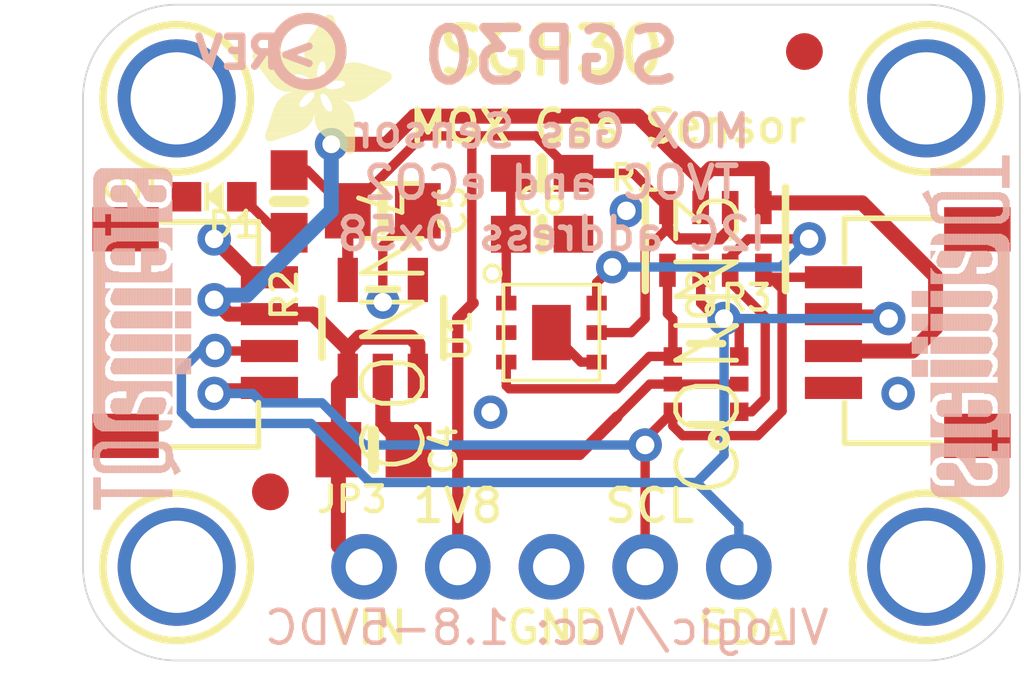
<source format=kicad_pcb>
(kicad_pcb (version 20211014) (generator pcbnew)
  (layers (0 "F.Cu" signal) (31 "B.Cu" signal) (34 "B.Paste" user) (35 "F.Paste" user) (36 "B.SilkS" user "B.Silkscreen") (37 "F.SilkS" user "F.Silkscreen") (38 "B.Mask" user) (39 "F.Mask" user) (44 "Edge.Cuts" user))
  (net 0 "")
  (net 1 "GND")
  (net 2 "SDA")
  (net 3 "SCL")
  (net 4 "SCL_LV")
  (net 5 "SDA_LV")
  (net 6 "VCC")
  (net 7 "N$1")
  (net 8 "3.3V")
  (net 9 "SENSOR_VDD")
  (footprint "boardEagle:FIDUCIAL_1MM" (layer "F.Cu") (at 140.8811 109.3216)
    (fp_text reference "FID3" hide)
    (fp_text value "FIDUCIAL_1MM" hide)
    (pad "1" smd roundrect (at 0 0) (size 1 1) (layers "F.Cu" "F.Mask") (roundrect_rratio 0.5))
  )
  (footprint "boardEagle:0603-NO" (layer "F.Cu") (at 141.3891 101.4476 -90)
    (fp_text reference "R2" (at 1.778 0.127 90) (layer "F.SilkS") (effects (font (size 0.692831 0.692831) (thickness 0.119969)) (justify right)))
    (fp_text value "10K")
    (pad "1" smd rect (at -0.85 0 270) (size 1.075 1) (layers "F.Cu" "F.Paste" "F.Mask") (net 8 "3.3V"))
    (pad "2" smd rect (at 0.85 0 270) (size 1.075 1) (layers "F.Cu" "F.Paste" "F.Mask") (net 7 "N$1"))
  )
  (footprint "boardEagle:JST_SH4" (layer "F.Cu") (at 138.3411 105.0036 -90)
    (fp_text reference "CONN4" (at -4.6 -5.9 90) (layer "F.SilkS") (effects (font (size 1.647139 1.647139) (thickness 0.130861)) (justify right)))
    (fp_text value "STEMMA_I2C_QT" hide)
    (pad "1" smd rect (at -1.5 -2.514) (size 1.55 0.6) (layers "F.Cu" "F.Paste" "F.Mask") (net 1 "GND"))
    (pad "2" smd rect (at -0.5 -2.514) (size 1.55 0.6) (layers "F.Cu" "F.Paste" "F.Mask") (net 6 "VCC"))
    (pad "3" smd rect (at 0.5 -2.514) (size 1.55 0.6) (layers "F.Cu" "F.Paste" "F.Mask") (net 2 "SDA"))
    (pad "4" smd rect (at 1.5 -2.514) (size 1.55 0.6) (layers "F.Cu" "F.Paste" "F.Mask") (net 3 "SCL"))
    (pad "MT1" smd rect (at -2.8 1.386) (size 1.8 1.2) (layers "F.Cu" "F.Paste" "F.Mask") (net 1 "GND"))
    (pad "MT2" smd rect (at 2.8 1.386) (size 1.8 1.2) (layers "F.Cu" "F.Paste" "F.Mask") (net 1 "GND"))
  )
  (footprint "boardEagle:CHIPLED_0603_NOOUTLINE" (layer "F.Cu") (at 139.3571 101.3206 90)
    (fp_text reference "D1" (at -0.762 1.27) (layer "F.SilkS") (effects (font (size 0.692831 0.692831) (thickness 0.119969)) (justify right)))
    (fp_text value "RED")
    (pad "A" smd rect (at 0 0.75 90) (size 0.8 0.8) (layers "F.Cu" "F.Paste" "F.Mask") (net 7 "N$1"))
    (pad "C" smd rect (at 0 -0.75 90) (size 0.8 0.8) (layers "F.Cu" "F.Paste" "F.Mask") (net 1 "GND"))
  )
  (footprint "boardEagle:JST_SH4" (layer "F.Cu") (at 158.6611 105.0036 90)
    (fp_text reference "CONN3" (at -4.6 -5.9 90) (layer "F.SilkS") (effects (font (size 1.647139 1.647139) (thickness 0.130861)) (justify left)))
    (fp_text value "STEMMA_I2C_QT" hide)
    (pad "1" smd rect (at -1.5 -2.514 180) (size 1.55 0.6) (layers "F.Cu" "F.Paste" "F.Mask") (net 1 "GND"))
    (pad "2" smd rect (at -0.5 -2.514 180) (size 1.55 0.6) (layers "F.Cu" "F.Paste" "F.Mask") (net 6 "VCC"))
    (pad "3" smd rect (at 0.5 -2.514 180) (size 1.55 0.6) (layers "F.Cu" "F.Paste" "F.Mask") (net 2 "SDA"))
    (pad "4" smd rect (at 1.5 -2.514 180) (size 1.55 0.6) (layers "F.Cu" "F.Paste" "F.Mask") (net 3 "SCL"))
    (pad "MT1" smd rect (at -2.8 1.386 180) (size 1.8 1.2) (layers "F.Cu" "F.Paste" "F.Mask") (net 1 "GND"))
    (pad "MT2" smd rect (at 2.8 1.386 180) (size 1.8 1.2) (layers "F.Cu" "F.Paste" "F.Mask") (net 1 "GND"))
  )
  (footprint "boardEagle:MOUNTINGHOLE_2.5_PLATED" (layer "F.Cu") (at 158.6611 98.6536)
    (fp_text reference "U$29" hide)
    (fp_text value "MOUNTINGHOLE2.5" hide)
    (pad "P$1" thru_hole circle (at 0 0) (size 3.2 3.2) (drill 2.5) (layers *.Cu *.Mask))
  )
  (footprint "boardEagle:SOT23-5" (layer "F.Cu") (at 143.9291 104.8766)
    (fp_text reference "U1" (at 2.032 -0.562 90) (layer "F.SilkS") (effects (font (size 0.692831 0.692831) (thickness 0.119969)) (justify right)))
    (fp_text value "MCP-1.8V")
    (pad "1" smd rect (at -0.95 1.3001) (size 0.55 1.2) (layers "F.Cu" "F.Paste" "F.Mask") (net 6 "VCC"))
    (pad "2" smd rect (at 0 1.3001) (size 0.55 1.2) (layers "F.Cu" "F.Paste" "F.Mask") (net 1 "GND"))
    (pad "3" smd rect (at 0.95 1.3001) (size 0.55 1.2) (layers "F.Cu" "F.Paste" "F.Mask") (net 6 "VCC"))
    (pad "4" smd rect (at 0.95 -1.3001) (size 0.55 1.2) (layers "F.Cu" "F.Paste" "F.Mask"))
    (pad "5" smd rect (at -0.95 -1.3001) (size 0.55 1.2) (layers "F.Cu" "F.Paste" "F.Mask") (net 8 "3.3V"))
  )
  (footprint "boardEagle:0805-NO" (layer "F.Cu") (at 143.6751 108.1786)
    (fp_text reference "C4" (at 1.905 -0.762 90) (layer "F.SilkS") (effects (font (size 0.692831 0.692831) (thickness 0.119969)) (justify right)))
    (fp_text value "10uF")
    (pad "1" smd rect (at -0.95 0) (size 1.24 1.5) (layers "F.Cu" "F.Paste" "F.Mask") (net 6 "VCC"))
    (pad "2" smd rect (at 0.95 0) (size 1.24 1.5) (layers "F.Cu" "F.Paste" "F.Mask") (net 1 "GND"))
  )
  (footprint "boardEagle:MOUNTINGHOLE_2.5_PLATED" (layer "F.Cu") (at 158.6611 111.3536)
    (fp_text reference "U$32" hide)
    (fp_text value "MOUNTINGHOLE2.5" hide)
    (pad "P$1" thru_hole circle (at 0 0) (size 3.2 3.2) (drill 2.5) (layers *.Cu *.Mask))
  )
  (footprint "boardEagle:0603-NO" (layer "F.Cu") (at 148.2471 100.6856)
    (fp_text reference "R1" (at 1.778 0.127) (layer "F.SilkS") (effects (font (size 0.692831 0.692831) (thickness 0.119969)) (justify left)))
    (fp_text value "4.7ohm")
    (pad "1" smd rect (at -0.85 0) (size 1.075 1) (layers "F.Cu" "F.Paste" "F.Mask") (net 9 "SENSOR_VDD"))
    (pad "2" smd rect (at 0.85 0) (size 1.075 1) (layers "F.Cu" "F.Paste" "F.Mask") (net 8 "3.3V"))
  )
  (footprint "boardEagle:SGP30" (layer "F.Cu") (at 148.5011 105.0036)
    (fp_text reference "X1" hide)
    (fp_text value "SGP30" hide)
    (pad "1" smd rect (at -1.225 -0.8) (size 0.55 0.4) (layers "F.Cu" "F.Paste" "F.Mask") (net 9 "SENSOR_VDD"))
    (pad "2" smd rect (at -1.225 0) (size 0.55 0.4) (layers "F.Cu" "F.Paste" "F.Mask") (net 1 "GND"))
    (pad "3" smd rect (at -1.225 0.8) (size 0.55 0.4) (layers "F.Cu" "F.Paste" "F.Mask") (net 5 "SDA_LV"))
    (pad "4" smd rect (at 1.225 0.8) (size 0.55 0.4) (layers "F.Cu" "F.Paste" "F.Mask") (net 1 "GND"))
    (pad "5" smd rect (at 1.225 0) (size 0.55 0.4) (layers "F.Cu" "F.Paste" "F.Mask") (net 8 "3.3V"))
    (pad "6" smd rect (at 1.225 -0.8) (size 0.55 0.4) (layers "F.Cu" "F.Paste" "F.Mask") (net 4 "SCL_LV"))
    (pad "P$7" smd rect (at 0 0) (size 1.05 1.5) (layers "F.Cu" "F.Paste" "F.Mask") (net 1 "GND"))
  )
  (footprint "boardEagle:SOT363" (layer "F.Cu") (at 152.6921 106.4006 90)
    (fp_text reference "Q2" (at 1.651 -0.127 90) (layer "F.SilkS") (effects (font (size 0.692831 0.692831) (thickness 0.119969)) (justify left)))
    (fp_text value "BSS138")
    (pad "1" smd rect (at -0.75 0.9 90) (size 0.5 0.5) (layers "F.Cu" "F.Paste" "F.Mask") (net 4 "SCL_LV"))
    (pad "2" smd rect (at 0 0.9 90) (size 0.4 0.5) (layers "F.Cu" "F.Paste" "F.Mask") (net 8 "3.3V"))
    (pad "3" smd rect (at 0.75 0.9 90) (size 0.5 0.5) (layers "F.Cu" "F.Paste" "F.Mask") (net 2 "SDA"))
    (pad "4" smd rect (at 0.75 -0.9 90) (size 0.5 0.5) (layers "F.Cu" "F.Paste" "F.Mask") (net 5 "SDA_LV"))
    (pad "5" smd rect (at 0 -0.9 90) (size 0.4 0.5) (layers "F.Cu" "F.Paste" "F.Mask") (net 8 "3.3V"))
    (pad "6" smd rect (at -0.75 -0.9 90) (size 0.5 0.5) (layers "F.Cu" "F.Paste" "F.Mask") (net 3 "SCL"))
  )
  (footprint "boardEagle:ADAFRUIT_3.5MM" (layer "F.Cu") (at 140.3731 100.1776)
    (fp_text reference "U$34" hide)
    (fp_text value "" hide)
  )
  (footprint "boardEagle:FIDUCIAL_1MM" (layer "F.Cu") (at 155.3591 97.3836)
    (fp_text reference "FID4" hide)
    (fp_text value "FIDUCIAL_1MM" hide)
    (pad "1" smd roundrect (at 0 0) (size 1 1) (layers "F.Cu" "F.Mask") (roundrect_rratio 0.5))
  )
  (footprint "boardEagle:MOUNTINGHOLE_2.5_PLATED" (layer "F.Cu") (at 138.3411 98.6536)
    (fp_text reference "U$28" hide)
    (fp_text value "MOUNTINGHOLE2.5" hide)
    (pad "P$1" thru_hole circle (at 0 0) (size 3.2 3.2) (drill 2.5) (layers *.Cu *.Mask))
  )
  (footprint "boardEagle:MOUNTINGHOLE_2.5_PLATED" (layer "F.Cu") (at 138.3411 111.3536)
    (fp_text reference "U$31" hide)
    (fp_text value "MOUNTINGHOLE2.5" hide)
    (pad "P$1" thru_hole circle (at 0 0) (size 3.2 3.2) (drill 2.5) (layers *.Cu *.Mask))
  )
  (footprint "boardEagle:RESPACK_4X0603" (layer "F.Cu") (at 152.9461 102.4636 180)
    (fp_text reference "R3" (at -1.6 -1.6) (layer "F.SilkS") (effects (font (size 0.692831 0.692831) (thickness 0.119969)) (justify right)))
    (fp_text value "10K")
    (pad "1" smd rect (at -1.3 0.85 180) (size 0.45 0.9) (layers "F.Cu" "F.Paste" "F.Mask") (net 6 "VCC"))
    (pad "2" smd rect (at -0.4 0.85 180) (size 0.45 0.9) (layers "F.Cu" "F.Paste" "F.Mask") (net 8 "3.3V"))
    (pad "3" smd rect (at 0.4 0.85 180) (size 0.45 0.9) (layers "F.Cu" "F.Paste" "F.Mask") (net 6 "VCC"))
    (pad "4" smd rect (at 1.3 0.85 180) (size 0.45 0.9) (layers "F.Cu" "F.Paste" "F.Mask") (net 8 "3.3V"))
    (pad "5" smd rect (at 1.3 -0.85 180) (size 0.45 0.9) (layers "F.Cu" "F.Paste" "F.Mask") (net 5 "SDA_LV"))
    (pad "6" smd rect (at 0.4 -0.85 180) (size 0.45 0.9) (layers "F.Cu" "F.Paste" "F.Mask") (net 2 "SDA"))
    (pad "7" smd rect (at -0.4 -0.85 180) (size 0.45 0.9) (layers "F.Cu" "F.Paste" "F.Mask") (net 4 "SCL_LV"))
    (pad "8" smd rect (at -1.3 -0.85 180) (size 0.45 0.9) (layers "F.Cu" "F.Paste" "F.Mask") (net 3 "SCL"))
  )
  (footprint "boardEagle:1X05_ROUND_70" (layer "F.Cu") (at 148.5011 111.3536)
    (fp_text reference "JP3" (at -6.4262 -1.8288) (layer "F.SilkS") (effects (font (size 0.692831 0.692831) (thickness 0.119969)) (justify left)))
    (fp_text value "")
    (pad "1" thru_hole circle (at -5.08 0 90) (size 1.778 1.778) (drill 1) (layers *.Cu *.Mask) (net 6 "VCC"))
    (pad "2" thru_hole circle (at -2.54 0 90) (size 1.778 1.778) (drill 1) (layers *.Cu *.Mask) (net 8 "3.3V"))
    (pad "3" thru_hole circle (at 0 0 90) (size 1.778 1.778) (drill 1) (layers *.Cu *.Mask) (net 1 "GND"))
    (pad "4" thru_hole circle (at 2.54 0 90) (size 1.778 1.778) (drill 1) (layers *.Cu *.Mask) (net 3 "SCL"))
    (pad "5" thru_hole circle (at 5.08 0 90) (size 1.778 1.778) (drill 1) (layers *.Cu *.Mask) (net 2 "SDA"))
  )
  (footprint "boardEagle:0603-NO" (layer "F.Cu") (at 148.2471 102.3366)
    (fp_text reference "C6" (at -0.762 -0.889) (layer "F.SilkS") (effects (font (size 0.692831 0.692831) (thickness 0.119969)) (justify left)))
    (fp_text value "0.1uF")
    (pad "1" smd rect (at -0.85 0) (size 1.075 1) (layers "F.Cu" "F.Paste" "F.Mask") (net 9 "SENSOR_VDD"))
    (pad "2" smd rect (at 0.85 0) (size 1.075 1) (layers "F.Cu" "F.Paste" "F.Mask") (net 1 "GND"))
  )
  (footprint "boardEagle:0805-NO" (layer "F.Cu") (at 143.9291 101.7016)
    (fp_text reference "C5" (at 1.905 -0.762 90) (layer "F.SilkS") (effects (font (size 0.692831 0.692831) (thickness 0.119969)) (justify right)))
    (fp_text value "10uF")
    (pad "1" smd rect (at -0.95 0) (size 1.24 1.5) (layers "F.Cu" "F.Paste" "F.Mask") (net 8 "3.3V"))
    (pad "2" smd rect (at 0.95 0) (size 1.24 1.5) (layers "F.Cu" "F.Paste" "F.Mask") (net 1 "GND"))
  )
  (footprint "boardEagle:STEMMAQT" (layer "B.Cu") (at 158.2801 109.4486 90)
    (fp_text reference "U$36" hide)
    (fp_text value "" hide)
  )
  (footprint "boardEagle:PCBFEAT-REV-040" (layer "B.Cu") (at 141.8971 97.3836 180)
    (fp_text reference "U$35" hide)
    (fp_text value "" hide)
    (fp_text user ">REV" (at -0.3556 -0.508) (layer "B.SilkS") (effects (font (size 0.8128 0.8128) (thickness 0.2032)) (justify left bottom mirror)))
  )
  (footprint "boardEagle:STEMMAQT" (layer "B.Cu") (at 138.7221 100.5586 -90)
    (fp_text reference "U$37" hide)
    (fp_text value "" hide)
  )
  (gr_arc (start 161.2011 111.3536) (mid 160.457151 113.149651) (end 158.6611 113.8936) (layer "Edge.Cuts") (width 0.05))
  (gr_line (start 135.8011 98.6536) (end 135.8011 111.3536) (layer "Edge.Cuts") (width 0.05))
  (gr_line (start 158.6611 96.1136) (end 138.3411 96.1136) (layer "Edge.Cuts") (width 0.05))
  (gr_arc (start 138.3411 113.8936) (mid 136.545049 113.149651) (end 135.8011 111.3536) (layer "Edge.Cuts") (width 0.05))
  (gr_arc (start 135.8011 98.6536) (mid 136.545049 96.857549) (end 138.3411 96.1136) (layer "Edge.Cuts") (width 0.05))
  (gr_line (start 161.2011 111.3536) (end 161.2011 98.6536) (layer "Edge.Cuts") (width 0.05))
  (gr_line (start 138.3411 113.8936) (end 158.6611 113.8936) (layer "Edge.Cuts") (width 0.05))
  (gr_arc (start 158.6611 96.1136) (mid 160.457151 96.857549) (end 161.2011 98.6536) (layer "Edge.Cuts") (width 0.05))
  (gr_text "SGP30" (at 148.5011 97.5106) (layer "B.SilkS") (effects (font (size 1.42494 1.42494) (thickness 0.25146)) (justify mirror)))
  (gr_text "VLogic/Vcc: 1.8-5VDC" (at 148.3741 113.0046) (layer "B.SilkS") (effects (font (size 0.89408 0.89408) (thickness 0.12192)) (justify mirror)))
  (gr_text "MOX Gas Sensor\nTVOC and eCO2\nI2C address 0x58" (at 148.5011 100.9396) (layer "B.SilkS") (effects (font (size 0.8636 0.8636) (thickness 0.1524)) (justify mirror)))
  (gr_text "SGP30" (at 148.5011 97.3836) (layer "F.SilkS") (effects (font (size 1.25222 1.25222) (thickness 0.22098))))
  (gr_text "VIN" (at 143.5481 113.0046) (layer "F.SilkS") (effects (font (size 0.87376 0.87376) (thickness 0.14224))))
  (gr_text "SCL" (at 151.1681 109.7026) (layer "F.SilkS") (effects (font (size 0.87376 0.87376) (thickness 0.14224))))
  (gr_text "1V8" (at 145.9611 109.7026) (layer "F.SilkS") (effects (font (size 0.87376 0.87376) (thickness 0.14224))))
  (gr_text "SDA" (at 153.7081 113.0046) (layer "F.SilkS") (effects (font (size 0.87376 0.87376) (thickness 0.14224))))
  (gr_text "GND" (at 148.6281 113.0046) (layer "F.SilkS") (effects (font (size 0.87376 0.87376) (thickness 0.14224))))
  (gr_text "MOX Gas Sensor" (at 150.0251 99.4156) (layer "F.SilkS") (effects (font (size 0.8636 0.8636) (thickness 0.1524))))
  (gr_text "on" (at 136.1821 101.4476) (layer "F.SilkS") (effects (font (size 0.89408 0.89408) (thickness 0.12192)) (justify left bottom)))
  (segment (start 143.9291 106.1767) (end 143.9291 107.4826) (width 0.4064) (layer "F.Cu") (net 1))
  (segment (start 149.3011 105.8036) (end 148.5011 105.0036) (width 0.254) (layer "F.Cu") (net 1))
  (segment (start 140.3971 103.5036) (end 139.3571 102.4636) (width 0.4064) (layer "F.Cu") (net 1))
  (segment (start 144.8791 101.7016) (end 143.9291 102.6516) (width 0.254) (layer "F.Cu") (net 1))
  (segment (start 149.7261 105.8036) (end 149.3011 105.8036) (width 0.254) (layer "F.Cu") (net 1))
  (segment (start 143.9291 102.6516) (end 143.9291 104.1781) (width 0.254) (layer "F.Cu") (net 1))
  (segment (start 144.6251 108.1786) (end 143.9291 107.4826) (width 0.4064) (layer "F.Cu") (net 1))
  (segment (start 140.8551 103.5036) (end 140.3971 103.5036) (width 0.4064) (layer "F.Cu") (net 1))
  (via (at 157.8991 106.6546) (size 0.9064) (drill 0.5) (layers "F.Cu" "B.Cu") (net 1))
  (via (at 150.5331 101.7016) (size 0.9064) (drill 0.5) (layers "F.Cu" "B.Cu") (net 1))
  (via (at 143.9291 104.1781) (size 0.9064) (drill 0.5) (layers "F.Cu" "B.Cu") (net 1))
  (via (at 139.3571 102.4636) (size 0.9064) (drill 0.5) (layers "F.Cu" "B.Cu") (net 1))
  (via (at 146.8501 107.1626) (size 0.9064) (drill 0.5) (layers "F.Cu" "B.Cu") (net 1))
  (segment (start 153.1811 104.6226) (end 153.1811 104.7616) (width 0.254) (layer "F.Cu") (net 2))
  (segment (start 152.9661 104.6226) (end 153.1811 104.6226) (width 0.254) (layer "F.Cu") (net 2))
  (segment (start 156.1471 104.5036) (end 157.5261 104.5036) (width 0.254) (layer "F.Cu") (net 2))
  (segment (start 152.9661 104.6226) (end 152.5461 104.2026) (width 0.254) (layer "F.Cu") (net 2))
  (segment (start 153.5921 104.7616) (end 153.5921 105.6506) (width 0.254) (layer "F.Cu") (net 2))
  (segment (start 140.8551 105.5036) (end 139.379706 105.5036) (width 0.254) (layer "F.Cu") (net 2))
  (segment (start 157.5261 104.5036) (end 157.6451 104.6226) (width 0.254) (layer "F.Cu") (net 2))
  (segment (start 153.5921 104.7616) (end 153.1811 104.7616) (width 0.254) (layer "F.Cu") (net 2))
  (segment (start 139.379706 105.5036) (end 139.379706 105.488994) (width 0.254) (layer "F.Cu") (net 2))
  (segment (start 152.5461 103.3136) (end 152.5461 104.2026) (width 0.254) (layer "F.Cu") (net 2))
  (via (at 139.379706 105.488994) (size 0.9064) (drill 0.5) (layers "F.Cu" "B.Cu") (net 2))
  (via (at 153.1811 104.6226) (size 0.9064) (drill 0.5) (layers "F.Cu" "B.Cu") (net 2))
  (via (at 157.6451 104.6226) (size 0.9064) (drill 0.5) (layers "F.Cu" "B.Cu") (net 2))
  (segment (start 143.5832 109.0676) (end 152.4381 109.0676) (width 0.254) (layer "B.Cu") (net 2))
  (segment (start 153.1811 108.3246) (end 152.4381 109.0676) (width 0.254) (layer "B.Cu") (net 2))
  (segment (start 138.4681 107.1626) (end 138.7729 107.4674) (width 0.254) (layer "B.Cu") (net 2))
  (segment (start 138.7729 107.4674) (end 141.983 107.4674) (width 0.254) (layer "B.Cu") (net 2))
  (segment (start 139.379706 105.488994) (end 138.998706 105.488994) (width 0.254) (layer "B.Cu") (net 2))
  (segment (start 157.6451 104.6226) (end 153.1811 104.6226) (width 0.254) (layer "B.Cu") (net 2))
  (segment (start 153.5811 110.2106) (end 152.4381 109.0676) (width 0.254) (layer "B.Cu") (net 2))
  (segment (start 153.1811 104.6226) (end 153.1811 108.3246) (width 0.254) (layer "B.Cu") (net 2))
  (segment (start 138.4681 106.0196) (end 138.4681 107.1626) (width 0.254) (layer "B.Cu") (net 2))
  (segment (start 138.998706 105.488994) (end 138.4681 106.0196) (width 0.254) (layer "B.Cu") (net 2))
  (segment (start 141.983 107.4674) (end 143.5832 109.0676) (width 0.254) (layer "B.Cu") (net 2))
  (segment (start 153.5811 111.3536) (end 153.5811 110.2106) (width 0.254) (layer "B.Cu") (net 2))
  (segment (start 154.4361 103.5036) (end 154.2461 103.3136) (width 0.254) (layer "F.Cu") (net 3))
  (segment (start 151.7916 107.5321) (end 151.7916 107.1511) (width 0.254) (layer "F.Cu") (net 3))
  (segment (start 151.7921 107.1506) (end 151.7916 107.1511) (width 0.254) (layer "F.Cu") (net 3))
  (segment (start 151.0411 111.3536) (end 151.0411 111.0996) (width 0.3048) (layer "F.Cu") (net 3))
  (segment (start 154.0891 107.7976) (end 152.0571 107.7976) (width 0.254) (layer "F.Cu") (net 3))
  (segment (start 154.7541 103.8216) (end 154.7541 107.1326) (width 0.254) (layer "F.Cu") (net 3))
  (segment (start 151.7921 107.1506) (end 151.0411 107.9016) (width 0.254) (layer "F.Cu") (net 3))
  (segment (start 151.0411 111.0996) (end 151.0411 108.0516) (width 0.254) (layer "F.Cu") (net 3))
  (segment (start 151.0411 107.9016) (end 151.0411 108.0516) (width 0.254) (layer "F.Cu") (net 3))
  (segment (start 152.0571 107.7976) (end 151.7916 107.5321) (width 0.254) (layer "F.Cu") (net 3))
  (segment (start 154.7541 107.1326) (end 154.0891 107.7976) (width 0.254) (layer "F.Cu") (net 3))
  (segment (start 156.1471 103.5036) (end 154.4361 103.5036) (width 0.254) (layer "F.Cu") (net 3))
  (segment (start 154.2461 103.3136) (end 154.7541 103.8216) (width 0.254) (layer "F.Cu") (net 3))
  (segment (start 140.8551 106.5036) (end 139.5081 106.5036) (width 0.254) (layer "F.Cu") (net 3))
  (segment (start 139.5081 106.5036) (end 139.3571 106.6546) (width 0.254) (layer "F.Cu") (net 3))
  (via (at 139.3571 106.6546) (size 0.9064) (drill 0.5) (layers "F.Cu" "B.Cu") (net 3))
  (via (at 151.0411 108.0516) (size 0.9064) (drill 0.5) (layers "F.Cu" "B.Cu") (net 3))
  (segment (start 142.2781 106.9086) (end 140.650262 106.9086) (width 0.254) (layer "B.Cu") (net 3))
  (segment (start 139.3571 106.6546) (end 140.396262 106.6546) (width 0.254) (layer "B.Cu") (net 3))
  (segment (start 143.4211 108.0516) (end 142.2781 106.9086) (width 0.254) (layer "B.Cu") (net 3))
  (segment (start 151.0411 108.0516) (end 143.4211 108.0516) (width 0.254) (layer "B.Cu") (net 3))
  (segment (start 140.396262 106.6546) (end 140.650262 106.9086) (width 0.254) (layer "B.Cu") (net 3))
  (segment (start 153.3461 102.9526) (end 153.8351 102.4636) (width 0.254) (layer "F.Cu") (net 4))
  (segment (start 154.2969 104.5764) (end 154.2969 106.7816) (width 0.254) (layer "F.Cu") (net 4))
  (segment (start 149.7261 103.6516) (end 150.1521 103.2256) (width 0.254) (layer "F.Cu") (net 4))
  (segment (start 153.3461 103.3136) (end 153.3461 103.6256) (width 0.254) (layer "F.Cu") (net 4))
  (segment (start 153.3461 103.6256) (end 154.2969 104.5764) (width 0.254) (layer "F.Cu") (net 4))
  (segment (start 149.7261 104.2036) (end 149.7261 103.6516) (width 0.254) (layer "F.Cu") (net 4))
  (segment (start 153.3461 103.3136) (end 153.3461 102.9526) (width 0.254) (layer "F.Cu") (net 4))
  (segment (start 153.8351 102.4636) (end 155.4861 102.4636) (width 0.254) (layer "F.Cu") (net 4))
  (segment (start 154.2969 106.7816) (end 153.9279 107.1506) (width 0.254) (layer "F.Cu") (net 4))
  (segment (start 153.5921 107.1506) (end 153.9279 107.1506) (width 0.254) (layer "F.Cu") (net 4))
  (via (at 155.4861 102.4636) (size 0.9064) (drill 0.5) (layers "F.Cu" "B.Cu") (net 4))
  (via (at 150.1521 103.2256) (size 0.889) (drill 0.4826) (layers "F.Cu" "B.Cu") (net 4))
  (segment (start 154.7241 103.2256) (end 155.4861 102.4636) (width 0.254) (layer "B.Cu") (net 4))
  (segment (start 150.1521 103.2256) (end 154.7241 103.2256) (width 0.254) (layer "B.Cu") (net 4))
  (segment (start 147.3581 106.5276) (end 150.2791 106.5276) (width 0.254) (layer "F.Cu") (net 5))
  (segment (start 151.7921 104.6346) (end 151.6461 104.4886) (width 0.254) (layer "F.Cu") (net 5))
  (segment (start 151.6461 104.4886) (end 151.6461 103.3136) (width 0.254) (layer "F.Cu") (net 5))
  (segment (start 151.1561 105.6506) (end 151.7921 105.6506) (width 0.254) (layer "F.Cu") (net 5))
  (segment (start 151.7921 105.6506) (end 151.7921 104.6346) (width 0.254) (layer "F.Cu") (net 5))
  (segment (start 147.2761 105.8036) (end 147.2761 106.4456) (width 0.254) (layer "F.Cu") (net 5))
  (segment (start 150.2791 106.5276) (end 151.1561 105.6506) (width 0.254) (layer "F.Cu") (net 5))
  (segment (start 147.2761 106.4456) (end 147.3581 106.5276) (width 0.254) (layer "F.Cu") (net 5))
  (segment (start 154.2461 101.6136) (end 154.3731 101.4866) (width 0.4064) (layer "F.Cu") (net 6))
  (segment (start 144.691096 105.1306) (end 143.2941 105.1306) (width 0.4064) (layer "F.Cu") (net 6))
  (segment (start 152.5461 100.8316) (end 152.8191 100.5586) (width 0.4064) (layer "F.Cu") (net 6))
  (segment (start 139.7461 104.5036) (end 139.3571 104.1146) (width 0.4064) (layer "F.Cu") (net 6))
  (segment (start 142.7251 110.7796) (end 143.2991 111.3536) (width 0.4064) (layer "F.Cu") (net 6))
  (segment (start 144.8791 106.1767) (end 144.8791 105.3186) (width 0.4064) (layer "F.Cu") (net 6))
  (segment (start 143.2941 105.1306) (end 142.9791 105.4456) (width 0.4064) (layer "F.Cu") (net 6))
  (segment (start 158.9151 104.8766) (end 158.9151 103.4796) (width 0.4064) (layer "F.Cu") (net 6))
  (segment (start 142.7251 106.4307) (end 142.7251 108.1786) (width 0.4064) (layer "F.Cu") (net 6))
  (segment (start 158.2881 105.5036) (end 158.9151 104.8766) (width 0.4064) (layer "F.Cu") (net 6))
  (segment (start 158.9151 103.4796) (end 156.9221 101.4866) (width 0.4064) (layer "F.Cu") (net 6))
  (segment (start 144.790156 99.1362) (end 144.028156 99.8982) (width 0.4064) (layer "F.Cu") (net 6))
  (segment (start 142.7251 108.1786) (end 142.7251 110.7796) (width 0.4064) (layer "F.Cu") (net 6))
  (segment (start 140.8551 104.5036) (end 142.0371 104.5036) (width 0.4064) (layer "F.Cu") (net 6))
  (segment (start 142.9791 106.1767) (end 142.7251 106.4307) (width 0.4064) (layer "F.Cu") (net 6))
  (segment (start 152.5461 100.8316) (end 150.8507 99.1362) (width 0.4064) (layer "F.Cu") (net 6))
  (segment (start 150.8507 99.1362) (end 144.790156 99.1362) (width 0.4064) (layer "F.Cu") (net 6))
  (segment (start 144.8791 105.3186) (end 144.691096 105.1306) (width 0.4064) (layer "F.Cu") (net 6))
  (segment (start 152.8191 100.5586) (end 154.2161 100.5586) (width 0.4064) (layer "F.Cu") (net 6))
  (segment (start 156.1471 105.5036) (end 158.2881 105.5036) (width 0.4064) (layer "F.Cu") (net 6))
  (segment (start 140.8551 104.5036) (end 139.7461 104.5036) (width 0.4064) (layer "F.Cu") (net 6))
  (segment (start 156.9221 101.4866) (end 154.3731 101.4866) (width 0.4064) (layer "F.Cu") (net 6))
  (segment (start 143.2991 111.3536) (end 143.4211 111.3536) (width 0.4064) (layer "F.Cu") (net 6))
  (segment (start 142.0371 104.5036) (end 142.9791 105.4456) (width 0.4064) (layer "F.Cu") (net 6))
  (segment (start 154.2161 101.5836) (end 154.2461 101.6136) (width 0.4064) (layer "F.Cu") (net 6))
  (segment (start 144.028156 99.8982) (end 142.5321 99.8982) (width 0.4064) (layer "F.Cu") (net 6))
  (segment (start 152.5461 101.6136) (end 152.5461 100.8316) (width 0.4064) (layer "F.Cu") (net 6))
  (segment (start 142.9791 105.4456) (end 142.9791 106.1767) (width 0.4064) (layer "F.Cu") (net 6))
  (segment (start 154.2161 100.5586) (end 154.2161 101.5836) (width 0.4064) (layer "F.Cu") (net 6))
  (via (at 142.5321 99.8982) (size 0.889) (drill 0.4826) (layers "F.Cu" "B.Cu") (net 6))
  (via (at 139.3571 104.1146) (size 0.9064) (drill 0.5) (layers "F.Cu" "B.Cu") (net 6))
  (segment (start 142.5321 99.8982) (end 142.5321 101.7016) (width 0.4064) (layer "B.Cu") (net 6))
  (segment (start 142.5321 101.7016) (end 140.2461 103.9876) (width 0.4064) (layer "B.Cu") (net 6))
  (segment (start 140.2461 103.9876) (end 139.3571 103.9876) (width 0.4064) (layer "B.Cu") (net 6))
  (segment (start 139.3571 103.9876) (end 139.3571 104.1146) (width 0.4064) (layer "B.Cu") (net 6))
  (segment (start 140.1071 101.3206) (end 141.0841 102.2976) (width 0.254) (layer "F.Cu") (net 7))
  (segment (start 141.0841 102.2976) (end 141.3891 102.2976) (width 0.254) (layer "F.Cu") (net 7))
  (segment (start 146.3801 104.2036) (end 145.9611 104.6226) (width 0.3048) (layer "F.Cu") (net 8))
  (segment (start 149.0971 100.6856) (end 150.7181 100.6856) (width 0.254) (layer "F.Cu") (net 8))
  (segment (start 150.2791 107.2896) (end 151.1681 106.4006) (width 0.254) (layer "F.Cu") (net 8))
  (segment (start 151.6461 102.1796) (end 151.6461 101.6136) (width 0.3048) (layer "F.Cu") (net 8))
  (segment (start 151.0411 104.6226) (end 151.0411 102.776625) (width 0.254) (layer "F.Cu") (net 8))
  (segment (start 145.9611 104.6226) (end 145.9611 108.3056) (width 0.3048) (layer "F.Cu") (net 8))
  (segment (start 145.9611 108.3056) (end 145.9611 110.9726) (width 0.3048) (layer "F.Cu") (net 8))
  (segment (start 150.7181 100.6856) (end 151.6461 101.6136) (width 0.254) (layer "F.Cu") (net 8))
  (segment (start 151.1681 106.4006) (end 151.7921 106.4006) (width 0.254) (layer "F.Cu") (net 8))
  (segment (start 151.284325 102.5334) (end 151.2923 102.5334) (width 0.254) (layer "F.Cu") (net 8))
  (segment (start 151.7921 106.4006) (end 153.5921 106.4006) (width 0.254) (layer "F.Cu") (net 8))
  (segment (start 151.9301 102.4636) (end 151.6461 102.1796) (width 0.3048) (layer "F.Cu") (net 8))
  (segment (start 149.2631 108.3056) (end 150.2791 107.2896) (width 0.3048) (layer "F.Cu") (net 8))
  (segment (start 146.4691 99.6696) (end 146.3421 99.7966) (width 0.254) (layer "F.Cu") (net 8))
  (segment (start 146.3421 104.1656) (end 146.3801 104.2036) (width 0.254) (layer "F.Cu") (net 8))
  (segment (start 148.0811 99.6696) (end 149.0971 100.6856) (width 0.254) (layer "F.Cu") (net 8))
  (segment (start 151.0411 104.6226) (end 150.6601 105.0036) (width 0.254) (layer "F.Cu") (net 8))
  (segment (start 151.0411 102.776625) (end 151.284325 102.5334) (width 0.254) (layer "F.Cu") (net 8))
  (segment (start 153.0731 102.4636) (end 151.9301 102.4636) (width 0.3048) (layer "F.Cu") (net 8))
  (segment (start 141.8751 100.5976) (end 142.9791 101.7016) (width 0.254) (layer "F.Cu") (net 8))
  (segment (start 141.3891 100.5976) (end 141.8751 100.5976) (width 0.254) (layer "F.Cu") (net 8))
  (segment (start 153.3461 101.6136) (end 153.3461 102.1906) (width 0.254) (layer "F.Cu") (net 8))
  (segment (start 145.9611 108.3056) (end 149.2631 108.3056) (width 0.3048) (layer "F.Cu") (net 8))
  (segment (start 153.3461 102.1906) (end 153.0731 102.4636) (width 0.3048) (layer "F.Cu") (net 8))
  (segment (start 146.4691 99.6696) (end 148.0811 99.6696) (width 0.254) (layer "F.Cu") (net 8))
  (segment (start 145.9611 111.3536) (end 145.9611 110.9726) (width 0.254) (layer "F.Cu") (net 8))
  (segment (start 145.0111 99.6696) (end 146.4691 99.6696) (width 0.254) (layer "F.Cu") (net 8))
  (segment (start 142.9791 101.7016) (end 145.0111 99.6696) (width 0.254) (layer "F.Cu") (net 8))
  (segment (start 151.2923 102.5334) (end 151.6461 102.1796) (width 0.254) (layer "F.Cu") (net 8))
  (segment (start 142.9791 101.7016) (end 142.9791 103.5765) (width 0.3048) (layer "F.Cu") (net 8))
  (segment (start 146.3421 99.7966) (end 146.3421 104.1656) (width 0.254) (layer "F.Cu") (net 8))
  (segment (start 149.7261 105.0036) (end 150.6601 105.0036) (width 0.254) (layer "F.Cu") (net 8))
  (segment (start 147.3971 100.6856) (end 147.3971 102.3366) (width 0.254) (layer "F.Cu") (net 9))
  (segment (start 147.2761 104.2036) (end 147.2761 102.4576) (width 0.254) (layer "F.Cu") (net 9))
  (segment (start 147.2761 102.4576) (end 147.3971 102.3366) (width 0.254) (layer "F.Cu") (net 9))
)
</source>
